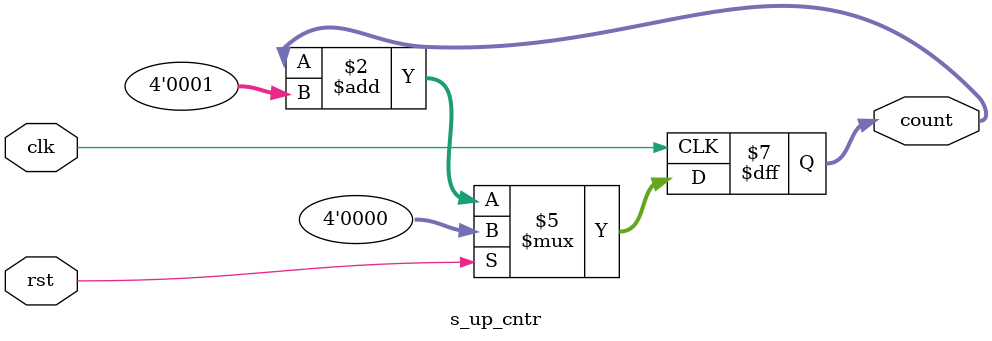
<source format=sv>
`timescale 1ns / 1ps

module s_up_cntr(clk,rst,count

    );
    input logic clk,rst;
    output logic [3:0]count=4'b0000;
    always @(posedge clk)
    begin
    if(rst)
    count=4'b0000;
    else
    begin
    count=count+4'b0001;
    end
    end
endmodule

</source>
